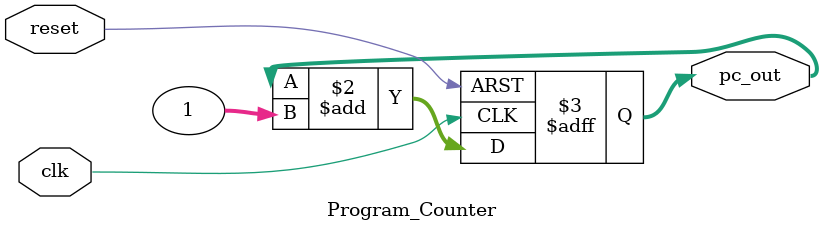
<source format=v>
`timescale 1ns / 1ps

module Program_Counter (
    input clk,
    input reset,
    output reg [31:0] pc_out
);  

   always @(posedge clk or posedge reset) begin
        if (reset) begin
            pc_out <= 0; // Reset to address of 1st instruction
        end else begin
            pc_out <= pc_out + 1; // Increment by 1
        end
    end

endmodule

</source>
